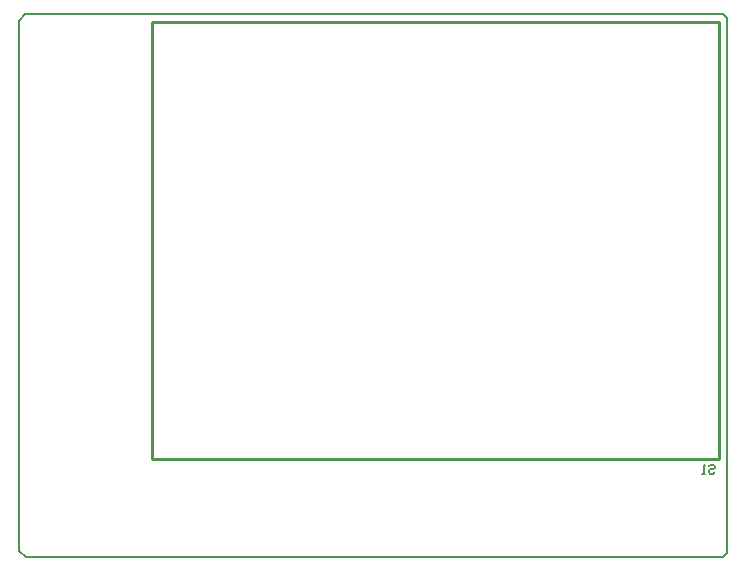
<source format=gbo>
G04*
G04 #@! TF.GenerationSoftware,Altium Limited,Altium Designer,20.2.4 (192)*
G04*
G04 Layer_Color=32896*
%FSLAX25Y25*%
%MOIN*%
G70*
G04*
G04 #@! TF.SameCoordinates,E48B743E-56E7-44FA-BC68-CEDDD1A44BF1*
G04*
G04*
G04 #@! TF.FilePolarity,Positive*
G04*
G01*
G75*
%ADD11C,0.01000*%
%ADD14C,0.00600*%
D11*
X44441Y33037D02*
X233421D01*
Y178708D01*
X44431Y178688D02*
X233411D01*
X44431Y33018D02*
Y178688D01*
D14*
X230000Y30566D02*
X230533Y31100D01*
X231599D01*
X232133Y30566D01*
Y30033D01*
X231599Y29500D01*
X230533D01*
X230000Y28967D01*
Y28434D01*
X230533Y27900D01*
X231599D01*
X232133Y28434D01*
X228934Y27900D02*
X227867D01*
X228400D01*
Y31100D01*
X228934Y30566D01*
X234651Y112D02*
X236221Y1683D01*
X1Y179001D02*
X2200Y181200D01*
X2288Y112D02*
X234651D01*
X1Y2399D02*
X2288Y112D01*
X2200Y181200D02*
X234862D01*
X236221Y179841D01*
X1Y2399D02*
Y179001D01*
X236221Y1683D02*
Y179841D01*
M02*

</source>
